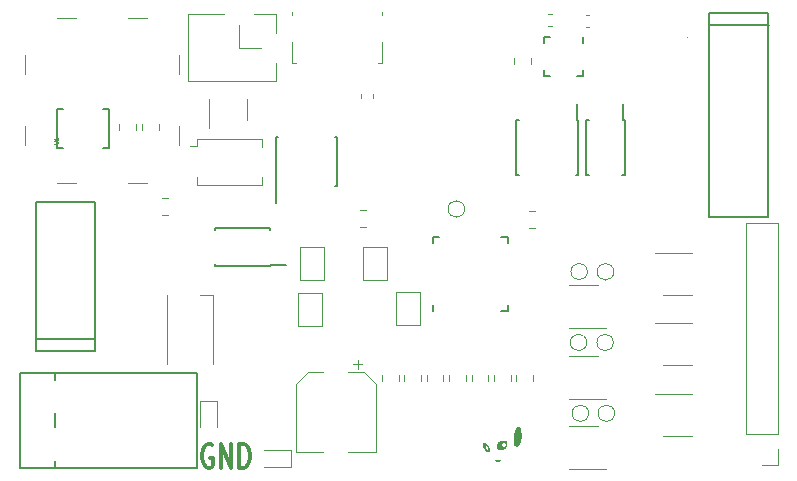
<source format=gbr>
G04 #@! TF.GenerationSoftware,KiCad,Pcbnew,5.0.2-bee76a0~70~ubuntu18.04.1*
G04 #@! TF.CreationDate,2019-12-16T16:01:37+01:00*
G04 #@! TF.ProjectId,board,626f6172-642e-46b6-9963-61645f706362,rev?*
G04 #@! TF.SameCoordinates,Original*
G04 #@! TF.FileFunction,Legend,Top*
G04 #@! TF.FilePolarity,Positive*
%FSLAX46Y46*%
G04 Gerber Fmt 4.6, Leading zero omitted, Abs format (unit mm)*
G04 Created by KiCad (PCBNEW 5.0.2-bee76a0~70~ubuntu18.04.1) date Mo 16 Dez 2019 16:01:37 CET*
%MOMM*%
%LPD*%
G01*
G04 APERTURE LIST*
%ADD10C,0.300000*%
%ADD11C,0.120000*%
%ADD12C,0.150000*%
%ADD13C,0.127000*%
%ADD14C,0.152400*%
%ADD15C,0.010000*%
%ADD16C,0.060000*%
%ADD17C,0.100000*%
%ADD18C,0.050000*%
G04 APERTURE END LIST*
D10*
X109457142Y-136800000D02*
X109314285Y-136704761D01*
X109100000Y-136704761D01*
X108885714Y-136800000D01*
X108742857Y-136990476D01*
X108671428Y-137180952D01*
X108600000Y-137561904D01*
X108600000Y-137847619D01*
X108671428Y-138228571D01*
X108742857Y-138419047D01*
X108885714Y-138609523D01*
X109100000Y-138704761D01*
X109242857Y-138704761D01*
X109457142Y-138609523D01*
X109528571Y-138514285D01*
X109528571Y-137847619D01*
X109242857Y-137847619D01*
X110171428Y-138704761D02*
X110171428Y-136704761D01*
X111028571Y-138704761D01*
X111028571Y-136704761D01*
X111742857Y-138704761D02*
X111742857Y-136704761D01*
X112100000Y-136704761D01*
X112314285Y-136800000D01*
X112457142Y-136990476D01*
X112528571Y-137180952D01*
X112600000Y-137561904D01*
X112600000Y-137847619D01*
X112528571Y-138228571D01*
X112457142Y-138419047D01*
X112314285Y-138609523D01*
X112100000Y-138704761D01*
X111742857Y-138704761D01*
D11*
G04 #@! TO.C,C35*
X102997000Y-110098578D02*
X102997000Y-109581422D01*
X101577000Y-110098578D02*
X101577000Y-109581422D01*
D12*
G04 #@! TO.C,U11*
X140425000Y-109275000D02*
X140300000Y-109275000D01*
X140425000Y-113925000D02*
X140200000Y-113925000D01*
X135175000Y-113925000D02*
X135400000Y-113925000D01*
X135175000Y-109275000D02*
X135400000Y-109275000D01*
X140425000Y-109275000D02*
X140425000Y-113925000D01*
X135175000Y-109275000D02*
X135175000Y-113925000D01*
X140300000Y-109275000D02*
X140300000Y-107925000D01*
D11*
G04 #@! TO.C,J10*
X96300000Y-100620000D02*
X97900000Y-100620000D01*
X96300000Y-114580000D02*
X97900000Y-114580000D01*
X102300000Y-100620000D02*
X103900000Y-100620000D01*
X102300000Y-114580000D02*
X103900000Y-114580000D01*
X93600000Y-103800000D02*
X93600000Y-105400000D01*
X106600000Y-103800000D02*
X106600000Y-105400000D01*
X93600000Y-109800000D02*
X93600000Y-111400000D01*
X106600000Y-109800000D02*
X106600000Y-111400000D01*
D13*
G04 #@! TO.C,J4*
X99510000Y-127820000D02*
X94500000Y-127820000D01*
X99500000Y-116210000D02*
X94480000Y-116210000D01*
X99500000Y-128830000D02*
X99500000Y-116190000D01*
X94490000Y-128810000D02*
X99490000Y-128810000D01*
X94490000Y-116210000D02*
X94500000Y-128830000D01*
D11*
G04 #@! TO.C,C34*
X104902000Y-110098578D02*
X104902000Y-109581422D01*
X103482000Y-110098578D02*
X103482000Y-109581422D01*
G04 #@! TO.C,C32*
X136241422Y-118410000D02*
X136758578Y-118410000D01*
X136241422Y-116990000D02*
X136758578Y-116990000D01*
D12*
G04 #@! TO.C,DRV8323H1*
X128150000Y-119150000D02*
X128150000Y-119675000D01*
X134450000Y-119150000D02*
X134450000Y-119675000D01*
X134450000Y-125450000D02*
X134450000Y-124925000D01*
X128150000Y-125450000D02*
X128150000Y-124925000D01*
X134450000Y-119150000D02*
X133925000Y-119150000D01*
X134450000Y-125450000D02*
X133925000Y-125450000D01*
X128150000Y-119150000D02*
X128675000Y-119150000D01*
D11*
G04 #@! TO.C,C31*
X122458578Y-116890000D02*
X121941422Y-116890000D01*
X122458578Y-118310000D02*
X121941422Y-118310000D01*
D12*
G04 #@! TO.C,U2*
X144345000Y-109265000D02*
X144245000Y-109265000D01*
X144345000Y-113915000D02*
X144145000Y-113915000D01*
X141095000Y-113915000D02*
X141295000Y-113915000D01*
X141095000Y-109265000D02*
X141295000Y-109265000D01*
X144345000Y-109265000D02*
X144345000Y-113915000D01*
X141095000Y-109265000D02*
X141095000Y-113915000D01*
X144245000Y-109265000D02*
X144245000Y-107915000D01*
D11*
G04 #@! TO.C,Q2*
X142750000Y-132850000D02*
X139620000Y-132850000D01*
X142080000Y-129250000D02*
X139620000Y-129250000D01*
D14*
G04 #@! TO.C,U1*
X96772800Y-108293600D02*
X96315600Y-108293600D01*
X100227200Y-111646400D02*
X100684400Y-111646400D01*
X100684400Y-111646400D02*
X100684400Y-108293600D01*
X100684400Y-108293600D02*
X100227200Y-108293600D01*
X96315600Y-108293600D02*
X96315600Y-111646400D01*
X96315600Y-111646400D02*
X96772800Y-111646400D01*
D11*
G04 #@! TO.C,C21*
X129010000Y-130841422D02*
X129010000Y-131358578D01*
X127590000Y-130841422D02*
X127590000Y-131358578D01*
G04 #@! TO.C,C19*
X133290000Y-130841422D02*
X133290000Y-131358578D01*
X134710000Y-130841422D02*
X134710000Y-131358578D01*
G04 #@! TO.C,C18*
X132810000Y-130841422D02*
X132810000Y-131358578D01*
X131390000Y-130841422D02*
X131390000Y-131358578D01*
G04 #@! TO.C,C25*
X116490000Y-137410000D02*
X118840000Y-137410000D01*
X123310000Y-137410000D02*
X120960000Y-137410000D01*
X123310000Y-131654437D02*
X123310000Y-137410000D01*
X116490000Y-131654437D02*
X116490000Y-137410000D01*
X117554437Y-130590000D02*
X118840000Y-130590000D01*
X122245563Y-130590000D02*
X120960000Y-130590000D01*
X122245563Y-130590000D02*
X123310000Y-131654437D01*
X117554437Y-130590000D02*
X116490000Y-131654437D01*
X121747500Y-129562500D02*
X121747500Y-130350000D01*
X122141250Y-129956250D02*
X121353750Y-129956250D01*
G04 #@! TO.C,C12*
X136410000Y-104041422D02*
X136410000Y-104558578D01*
X134990000Y-104041422D02*
X134990000Y-104558578D01*
D12*
G04 #@! TO.C,MAX176321*
X140799999Y-105500001D02*
X140299999Y-105500001D01*
X137549999Y-102250001D02*
X138049999Y-102250001D01*
X137549999Y-105500001D02*
X138049999Y-105500001D01*
X140799999Y-102250001D02*
X140799999Y-102750001D01*
X137549999Y-102250001D02*
X137549999Y-102750001D01*
X137549999Y-105500001D02*
X137549999Y-105000001D01*
X140799999Y-105500001D02*
X140799999Y-105000001D01*
D11*
G04 #@! TO.C,D2*
X108365000Y-133015000D02*
X108365000Y-135300000D01*
X109835000Y-133015000D02*
X108365000Y-133015000D01*
X109835000Y-135300000D02*
X109835000Y-133015000D01*
G04 #@! TO.C,J2*
X157330000Y-138439200D02*
X156000000Y-138439200D01*
X157330000Y-137109200D02*
X157330000Y-138439200D01*
X157330000Y-135839200D02*
X154670000Y-135839200D01*
X154670000Y-135839200D02*
X154670000Y-117999200D01*
X157330000Y-135839200D02*
X157330000Y-117999200D01*
X157330000Y-117999200D02*
X154670000Y-117999200D01*
D12*
G04 #@! TO.C,J3*
X108150000Y-130700000D02*
X93150000Y-130700000D01*
X108150000Y-138700000D02*
X108150000Y-130700000D01*
X93150000Y-138700000D02*
X108150000Y-138700000D01*
X93150000Y-130700000D02*
X93150000Y-138700000D01*
X96150000Y-138700000D02*
X96150000Y-138100000D01*
X96150000Y-135300000D02*
X96150000Y-134100000D01*
X96150000Y-130700000D02*
X96150000Y-131300000D01*
D11*
G04 #@! TO.C,Q1*
X142750000Y-126855000D02*
X139620000Y-126855000D01*
X142080000Y-123255000D02*
X139620000Y-123255000D01*
G04 #@! TO.C,Q4*
X146900000Y-120500000D02*
X150030000Y-120500000D01*
X147570000Y-124100000D02*
X150030000Y-124100000D01*
G04 #@! TO.C,Q5*
X146900000Y-126450000D02*
X150030000Y-126450000D01*
X147570000Y-130050000D02*
X150030000Y-130050000D01*
G04 #@! TO.C,Q3*
X142750000Y-138800000D02*
X139620000Y-138800000D01*
X142080000Y-135200000D02*
X139620000Y-135200000D01*
G04 #@! TO.C,Q6*
X146900000Y-132450000D02*
X150030000Y-132450000D01*
X147570000Y-136050000D02*
X150030000Y-136050000D01*
G04 #@! TO.C,C27*
X123790000Y-130841422D02*
X123790000Y-131358578D01*
X125210000Y-130841422D02*
X125210000Y-131358578D01*
G04 #@! TO.C,C20*
X125690000Y-130841422D02*
X125690000Y-131358578D01*
X127110000Y-130841422D02*
X127110000Y-131358578D01*
G04 #@! TO.C,C7*
X129490000Y-130841422D02*
X129490000Y-131358578D01*
X130910000Y-130841422D02*
X130910000Y-131358578D01*
G04 #@! TO.C,D3*
X105580000Y-129960000D02*
X105580000Y-124060000D01*
X109480000Y-129960000D02*
X109480000Y-124060000D01*
X109480000Y-124060000D02*
X108405000Y-124060000D01*
G04 #@! TO.C,TP1*
X141200000Y-122100000D02*
G75*
G03X141200000Y-122100000I-700000J0D01*
G01*
G04 #@! TO.C,TP2*
X143434000Y-122116000D02*
G75*
G03X143434000Y-122116000I-700000J0D01*
G01*
G04 #@! TO.C,TP3*
X141148000Y-128100000D02*
G75*
G03X141148000Y-128100000I-700000J0D01*
G01*
G04 #@! TO.C,TP4*
X143400000Y-128100000D02*
G75*
G03X143400000Y-128100000I-700000J0D01*
G01*
G04 #@! TO.C,TP5*
X141300000Y-134100000D02*
G75*
G03X141300000Y-134100000I-700000J0D01*
G01*
G04 #@! TO.C,TP6*
X143500000Y-134100000D02*
G75*
G03X143500000Y-134100000I-700000J0D01*
G01*
G04 #@! TO.C,J9*
X110465000Y-100330000D02*
X107350000Y-100330000D01*
X107350000Y-100330000D02*
X107350000Y-105930000D01*
X114850000Y-105930000D02*
X107350000Y-105930000D01*
X114850000Y-104400000D02*
X114850000Y-105930000D01*
X113605000Y-103130000D02*
X111735000Y-103130000D01*
X111735000Y-103130000D02*
X111735000Y-101260000D01*
X113005000Y-100330000D02*
X114850000Y-100330000D01*
X114850000Y-100330000D02*
X114850000Y-101860000D01*
G04 #@! TO.C,C30*
X136610000Y-130841422D02*
X136610000Y-131358578D01*
X135190000Y-130841422D02*
X135190000Y-131358578D01*
D15*
G04 #@! TO.C,H3*
G36*
X135328201Y-135239738D02*
X135348348Y-135241965D01*
X135365863Y-135245564D01*
X135381188Y-135251308D01*
X135394766Y-135259971D01*
X135407039Y-135272324D01*
X135418450Y-135289140D01*
X135429440Y-135311193D01*
X135440453Y-135339255D01*
X135451931Y-135374099D01*
X135464316Y-135416498D01*
X135478050Y-135467225D01*
X135493577Y-135527052D01*
X135494299Y-135529867D01*
X135511506Y-135602474D01*
X135525540Y-135674276D01*
X135536689Y-135747443D01*
X135545238Y-135824150D01*
X135551474Y-135906569D01*
X135555609Y-135994760D01*
X135556717Y-136028405D01*
X135557222Y-136054525D01*
X135556933Y-136075749D01*
X135555658Y-136094703D01*
X135553208Y-136114014D01*
X135549391Y-136136309D01*
X135544016Y-136164217D01*
X135542872Y-136170020D01*
X135526391Y-136248711D01*
X135508865Y-136323406D01*
X135490546Y-136393339D01*
X135471687Y-136457741D01*
X135452541Y-136515845D01*
X135433359Y-136566882D01*
X135414394Y-136610085D01*
X135395900Y-136644686D01*
X135378657Y-136669293D01*
X135367953Y-136682749D01*
X135353677Y-136701717D01*
X135337975Y-136723311D01*
X135327487Y-136738152D01*
X135301986Y-136772275D01*
X135278222Y-136799201D01*
X135256922Y-136818184D01*
X135239823Y-136828106D01*
X135227848Y-136830698D01*
X135210149Y-136832358D01*
X135195639Y-136832712D01*
X135179049Y-136831866D01*
X135163769Y-136829024D01*
X135146746Y-136823303D01*
X135124929Y-136813818D01*
X135115960Y-136809618D01*
X135093192Y-136797894D01*
X135071706Y-136785181D01*
X135054652Y-136773418D01*
X135048199Y-136767955D01*
X135025298Y-136739710D01*
X135005228Y-136701883D01*
X134987972Y-136654420D01*
X134973507Y-136597269D01*
X134964959Y-136551020D01*
X134962442Y-136533764D01*
X134960422Y-136515587D01*
X134958848Y-136495174D01*
X134957672Y-136471208D01*
X134956843Y-136442375D01*
X134956312Y-136407359D01*
X134956029Y-136364844D01*
X134955945Y-136313516D01*
X134955945Y-136312260D01*
X134956068Y-136255778D01*
X134956514Y-136207431D01*
X134957403Y-136165192D01*
X134958857Y-136127037D01*
X134960997Y-136090942D01*
X134963942Y-136054882D01*
X134967814Y-136016833D01*
X134972734Y-135974769D01*
X134978823Y-135926667D01*
X134979068Y-135924778D01*
X134988126Y-135867754D01*
X135000976Y-135805299D01*
X135017031Y-135739301D01*
X135035706Y-135671648D01*
X135056413Y-135604227D01*
X135078565Y-135538927D01*
X135101577Y-135477635D01*
X135124862Y-135422239D01*
X135147832Y-135374626D01*
X135153030Y-135364937D01*
X135180897Y-135320835D01*
X135211983Y-135283517D01*
X135212588Y-135282896D01*
X135235380Y-135261619D01*
X135256068Y-135247902D01*
X135277763Y-135240583D01*
X135303575Y-135238502D01*
X135328201Y-135239738D01*
X135328201Y-135239738D01*
G37*
X135328201Y-135239738D02*
X135348348Y-135241965D01*
X135365863Y-135245564D01*
X135381188Y-135251308D01*
X135394766Y-135259971D01*
X135407039Y-135272324D01*
X135418450Y-135289140D01*
X135429440Y-135311193D01*
X135440453Y-135339255D01*
X135451931Y-135374099D01*
X135464316Y-135416498D01*
X135478050Y-135467225D01*
X135493577Y-135527052D01*
X135494299Y-135529867D01*
X135511506Y-135602474D01*
X135525540Y-135674276D01*
X135536689Y-135747443D01*
X135545238Y-135824150D01*
X135551474Y-135906569D01*
X135555609Y-135994760D01*
X135556717Y-136028405D01*
X135557222Y-136054525D01*
X135556933Y-136075749D01*
X135555658Y-136094703D01*
X135553208Y-136114014D01*
X135549391Y-136136309D01*
X135544016Y-136164217D01*
X135542872Y-136170020D01*
X135526391Y-136248711D01*
X135508865Y-136323406D01*
X135490546Y-136393339D01*
X135471687Y-136457741D01*
X135452541Y-136515845D01*
X135433359Y-136566882D01*
X135414394Y-136610085D01*
X135395900Y-136644686D01*
X135378657Y-136669293D01*
X135367953Y-136682749D01*
X135353677Y-136701717D01*
X135337975Y-136723311D01*
X135327487Y-136738152D01*
X135301986Y-136772275D01*
X135278222Y-136799201D01*
X135256922Y-136818184D01*
X135239823Y-136828106D01*
X135227848Y-136830698D01*
X135210149Y-136832358D01*
X135195639Y-136832712D01*
X135179049Y-136831866D01*
X135163769Y-136829024D01*
X135146746Y-136823303D01*
X135124929Y-136813818D01*
X135115960Y-136809618D01*
X135093192Y-136797894D01*
X135071706Y-136785181D01*
X135054652Y-136773418D01*
X135048199Y-136767955D01*
X135025298Y-136739710D01*
X135005228Y-136701883D01*
X134987972Y-136654420D01*
X134973507Y-136597269D01*
X134964959Y-136551020D01*
X134962442Y-136533764D01*
X134960422Y-136515587D01*
X134958848Y-136495174D01*
X134957672Y-136471208D01*
X134956843Y-136442375D01*
X134956312Y-136407359D01*
X134956029Y-136364844D01*
X134955945Y-136313516D01*
X134955945Y-136312260D01*
X134956068Y-136255778D01*
X134956514Y-136207431D01*
X134957403Y-136165192D01*
X134958857Y-136127037D01*
X134960997Y-136090942D01*
X134963942Y-136054882D01*
X134967814Y-136016833D01*
X134972734Y-135974769D01*
X134978823Y-135926667D01*
X134979068Y-135924778D01*
X134988126Y-135867754D01*
X135000976Y-135805299D01*
X135017031Y-135739301D01*
X135035706Y-135671648D01*
X135056413Y-135604227D01*
X135078565Y-135538927D01*
X135101577Y-135477635D01*
X135124862Y-135422239D01*
X135147832Y-135374626D01*
X135153030Y-135364937D01*
X135180897Y-135320835D01*
X135211983Y-135283517D01*
X135212588Y-135282896D01*
X135235380Y-135261619D01*
X135256068Y-135247902D01*
X135277763Y-135240583D01*
X135303575Y-135238502D01*
X135328201Y-135239738D01*
G04 #@! TO.C,H4*
G36*
X134078423Y-136401777D02*
X134116263Y-136405066D01*
X134136759Y-136408897D01*
X134188390Y-136425874D01*
X134233060Y-136449654D01*
X134270646Y-136479527D01*
X134301024Y-136514781D01*
X134324071Y-136554703D01*
X134339661Y-136598583D01*
X134347672Y-136645708D01*
X134347980Y-136695366D01*
X134340461Y-136746846D01*
X134324990Y-136799436D01*
X134301445Y-136852424D01*
X134269701Y-136905099D01*
X134231669Y-136954398D01*
X134182024Y-137005506D01*
X134127034Y-137050255D01*
X134067863Y-137088142D01*
X134005678Y-137118666D01*
X133941645Y-137141325D01*
X133876929Y-137155617D01*
X133812695Y-137161041D01*
X133758218Y-137158169D01*
X133703393Y-137147107D01*
X133654297Y-137128036D01*
X133611371Y-137101148D01*
X133592887Y-137085333D01*
X133561140Y-137051436D01*
X133538000Y-137016962D01*
X133522118Y-136979320D01*
X133512141Y-136935916D01*
X133510986Y-136928145D01*
X133508426Y-136873755D01*
X133515286Y-136818691D01*
X133530934Y-136763752D01*
X133544275Y-136733475D01*
X133909164Y-136733475D01*
X133911545Y-136755112D01*
X133924506Y-136799304D01*
X133945689Y-136838657D01*
X133974198Y-136872122D01*
X134009137Y-136898653D01*
X134049610Y-136917204D01*
X134050453Y-136917481D01*
X134070411Y-136921460D01*
X134097461Y-136923152D01*
X134115684Y-136922976D01*
X134139938Y-136921571D01*
X134158324Y-136918634D01*
X134175122Y-136913176D01*
X134192690Y-136905155D01*
X134229679Y-136881788D01*
X134260282Y-136851948D01*
X134283754Y-136817048D01*
X134299349Y-136778504D01*
X134306322Y-136737728D01*
X134303925Y-136696134D01*
X134303670Y-136694722D01*
X134290966Y-136652824D01*
X134269644Y-136614438D01*
X134240985Y-136581215D01*
X134206270Y-136554806D01*
X134187445Y-136544858D01*
X134157518Y-136535350D01*
X134122396Y-136530786D01*
X134085790Y-136531225D01*
X134051413Y-136536724D01*
X134033531Y-136542426D01*
X133998383Y-136561486D01*
X133967691Y-136587944D01*
X133942440Y-136620087D01*
X133923613Y-136656199D01*
X133912193Y-136694567D01*
X133909164Y-136733475D01*
X133544275Y-136733475D01*
X133554736Y-136709736D01*
X133586061Y-136657441D01*
X133624274Y-136607666D01*
X133668745Y-136561207D01*
X133718840Y-136518864D01*
X133773926Y-136481434D01*
X133833370Y-136449716D01*
X133896541Y-136424507D01*
X133914886Y-136418701D01*
X133951263Y-136410238D01*
X133992757Y-136404503D01*
X134036199Y-136401636D01*
X134078423Y-136401777D01*
X134078423Y-136401777D01*
G37*
X134078423Y-136401777D02*
X134116263Y-136405066D01*
X134136759Y-136408897D01*
X134188390Y-136425874D01*
X134233060Y-136449654D01*
X134270646Y-136479527D01*
X134301024Y-136514781D01*
X134324071Y-136554703D01*
X134339661Y-136598583D01*
X134347672Y-136645708D01*
X134347980Y-136695366D01*
X134340461Y-136746846D01*
X134324990Y-136799436D01*
X134301445Y-136852424D01*
X134269701Y-136905099D01*
X134231669Y-136954398D01*
X134182024Y-137005506D01*
X134127034Y-137050255D01*
X134067863Y-137088142D01*
X134005678Y-137118666D01*
X133941645Y-137141325D01*
X133876929Y-137155617D01*
X133812695Y-137161041D01*
X133758218Y-137158169D01*
X133703393Y-137147107D01*
X133654297Y-137128036D01*
X133611371Y-137101148D01*
X133592887Y-137085333D01*
X133561140Y-137051436D01*
X133538000Y-137016962D01*
X133522118Y-136979320D01*
X133512141Y-136935916D01*
X133510986Y-136928145D01*
X133508426Y-136873755D01*
X133515286Y-136818691D01*
X133530934Y-136763752D01*
X133544275Y-136733475D01*
X133909164Y-136733475D01*
X133911545Y-136755112D01*
X133924506Y-136799304D01*
X133945689Y-136838657D01*
X133974198Y-136872122D01*
X134009137Y-136898653D01*
X134049610Y-136917204D01*
X134050453Y-136917481D01*
X134070411Y-136921460D01*
X134097461Y-136923152D01*
X134115684Y-136922976D01*
X134139938Y-136921571D01*
X134158324Y-136918634D01*
X134175122Y-136913176D01*
X134192690Y-136905155D01*
X134229679Y-136881788D01*
X134260282Y-136851948D01*
X134283754Y-136817048D01*
X134299349Y-136778504D01*
X134306322Y-136737728D01*
X134303925Y-136696134D01*
X134303670Y-136694722D01*
X134290966Y-136652824D01*
X134269644Y-136614438D01*
X134240985Y-136581215D01*
X134206270Y-136554806D01*
X134187445Y-136544858D01*
X134157518Y-136535350D01*
X134122396Y-136530786D01*
X134085790Y-136531225D01*
X134051413Y-136536724D01*
X134033531Y-136542426D01*
X133998383Y-136561486D01*
X133967691Y-136587944D01*
X133942440Y-136620087D01*
X133923613Y-136656199D01*
X133912193Y-136694567D01*
X133909164Y-136733475D01*
X133544275Y-136733475D01*
X133554736Y-136709736D01*
X133586061Y-136657441D01*
X133624274Y-136607666D01*
X133668745Y-136561207D01*
X133718840Y-136518864D01*
X133773926Y-136481434D01*
X133833370Y-136449716D01*
X133896541Y-136424507D01*
X133914886Y-136418701D01*
X133951263Y-136410238D01*
X133992757Y-136404503D01*
X134036199Y-136401636D01*
X134078423Y-136401777D01*
G36*
X132453665Y-136592400D02*
X132471199Y-136594815D01*
X132487879Y-136600076D01*
X132506678Y-136608404D01*
X132556544Y-136636810D01*
X132606028Y-136674026D01*
X132654186Y-136718713D01*
X132700077Y-136769536D01*
X132742757Y-136825158D01*
X132781285Y-136884244D01*
X132814717Y-136945456D01*
X132842112Y-137007459D01*
X132862526Y-137068917D01*
X132875018Y-137128492D01*
X132875381Y-137131129D01*
X132878149Y-137174196D01*
X132874456Y-137212257D01*
X132864593Y-137244427D01*
X132848853Y-137269822D01*
X132827525Y-137287556D01*
X132823187Y-137289832D01*
X132795219Y-137298318D01*
X132763409Y-137299581D01*
X132731189Y-137293488D01*
X132730740Y-137293346D01*
X132687203Y-137275057D01*
X132642270Y-137247842D01*
X132596881Y-137212665D01*
X132551976Y-137170487D01*
X132508495Y-137122272D01*
X132467378Y-137068982D01*
X132429565Y-137011579D01*
X132395996Y-136951026D01*
X132395540Y-136950119D01*
X132370181Y-136895845D01*
X132361711Y-136873574D01*
X132515284Y-136873574D01*
X132515543Y-136901315D01*
X132518121Y-136929311D01*
X132522567Y-136952702D01*
X132532407Y-136982865D01*
X132546999Y-137017156D01*
X132564535Y-137051944D01*
X132583208Y-137083596D01*
X132598382Y-137105022D01*
X132629895Y-137140806D01*
X132661152Y-137168895D01*
X132691506Y-137189000D01*
X132720309Y-137200834D01*
X132746913Y-137204109D01*
X132770670Y-137198538D01*
X132786133Y-137188466D01*
X132800767Y-137171999D01*
X132810019Y-137152003D01*
X132814606Y-137126313D01*
X132815402Y-137100316D01*
X132811584Y-137061085D01*
X132801587Y-137020767D01*
X132786265Y-136980451D01*
X132766466Y-136941228D01*
X132743042Y-136904188D01*
X132716844Y-136870421D01*
X132688723Y-136841018D01*
X132659529Y-136817069D01*
X132630113Y-136799664D01*
X132601326Y-136789894D01*
X132574019Y-136788849D01*
X132572521Y-136789075D01*
X132550226Y-136797610D01*
X132531870Y-136814429D01*
X132521805Y-136831686D01*
X132517365Y-136849295D01*
X132515284Y-136873574D01*
X132361711Y-136873574D01*
X132351505Y-136846742D01*
X132338956Y-136800850D01*
X132331980Y-136756209D01*
X132330024Y-136718820D01*
X132330147Y-136693734D01*
X132331356Y-136675780D01*
X132334108Y-136661950D01*
X132338861Y-136649235D01*
X132341443Y-136643751D01*
X132352212Y-136626421D01*
X132365671Y-136610733D01*
X132371471Y-136605651D01*
X132381774Y-136598608D01*
X132391873Y-136594452D01*
X132404939Y-136592443D01*
X132424145Y-136591838D01*
X132430641Y-136591820D01*
X132453665Y-136592400D01*
X132453665Y-136592400D01*
G37*
X132453665Y-136592400D02*
X132471199Y-136594815D01*
X132487879Y-136600076D01*
X132506678Y-136608404D01*
X132556544Y-136636810D01*
X132606028Y-136674026D01*
X132654186Y-136718713D01*
X132700077Y-136769536D01*
X132742757Y-136825158D01*
X132781285Y-136884244D01*
X132814717Y-136945456D01*
X132842112Y-137007459D01*
X132862526Y-137068917D01*
X132875018Y-137128492D01*
X132875381Y-137131129D01*
X132878149Y-137174196D01*
X132874456Y-137212257D01*
X132864593Y-137244427D01*
X132848853Y-137269822D01*
X132827525Y-137287556D01*
X132823187Y-137289832D01*
X132795219Y-137298318D01*
X132763409Y-137299581D01*
X132731189Y-137293488D01*
X132730740Y-137293346D01*
X132687203Y-137275057D01*
X132642270Y-137247842D01*
X132596881Y-137212665D01*
X132551976Y-137170487D01*
X132508495Y-137122272D01*
X132467378Y-137068982D01*
X132429565Y-137011579D01*
X132395996Y-136951026D01*
X132395540Y-136950119D01*
X132370181Y-136895845D01*
X132361711Y-136873574D01*
X132515284Y-136873574D01*
X132515543Y-136901315D01*
X132518121Y-136929311D01*
X132522567Y-136952702D01*
X132532407Y-136982865D01*
X132546999Y-137017156D01*
X132564535Y-137051944D01*
X132583208Y-137083596D01*
X132598382Y-137105022D01*
X132629895Y-137140806D01*
X132661152Y-137168895D01*
X132691506Y-137189000D01*
X132720309Y-137200834D01*
X132746913Y-137204109D01*
X132770670Y-137198538D01*
X132786133Y-137188466D01*
X132800767Y-137171999D01*
X132810019Y-137152003D01*
X132814606Y-137126313D01*
X132815402Y-137100316D01*
X132811584Y-137061085D01*
X132801587Y-137020767D01*
X132786265Y-136980451D01*
X132766466Y-136941228D01*
X132743042Y-136904188D01*
X132716844Y-136870421D01*
X132688723Y-136841018D01*
X132659529Y-136817069D01*
X132630113Y-136799664D01*
X132601326Y-136789894D01*
X132574019Y-136788849D01*
X132572521Y-136789075D01*
X132550226Y-136797610D01*
X132531870Y-136814429D01*
X132521805Y-136831686D01*
X132517365Y-136849295D01*
X132515284Y-136873574D01*
X132361711Y-136873574D01*
X132351505Y-136846742D01*
X132338956Y-136800850D01*
X132331980Y-136756209D01*
X132330024Y-136718820D01*
X132330147Y-136693734D01*
X132331356Y-136675780D01*
X132334108Y-136661950D01*
X132338861Y-136649235D01*
X132341443Y-136643751D01*
X132352212Y-136626421D01*
X132365671Y-136610733D01*
X132371471Y-136605651D01*
X132381774Y-136598608D01*
X132391873Y-136594452D01*
X132404939Y-136592443D01*
X132424145Y-136591838D01*
X132430641Y-136591820D01*
X132453665Y-136592400D01*
D16*
G36*
X133784692Y-138031830D02*
X133788884Y-138037238D01*
X133789842Y-138045434D01*
X133785424Y-138050854D01*
X133773375Y-138058710D01*
X133755655Y-138068093D01*
X133734225Y-138078090D01*
X133711046Y-138087791D01*
X133688078Y-138096284D01*
X133667282Y-138102659D01*
X133665917Y-138103013D01*
X133622856Y-138110486D01*
X133574361Y-138112860D01*
X133523785Y-138110138D01*
X133477500Y-138102965D01*
X133450200Y-138097186D01*
X133431309Y-138092973D01*
X133419286Y-138089840D01*
X133412588Y-138087302D01*
X133409673Y-138084876D01*
X133408999Y-138082076D01*
X133408997Y-138081433D01*
X133410026Y-138073727D01*
X133413898Y-138069084D01*
X133422140Y-138067369D01*
X133436276Y-138068449D01*
X133457832Y-138072190D01*
X133474960Y-138075657D01*
X133533922Y-138085109D01*
X133587388Y-138087441D01*
X133637312Y-138082442D01*
X133685646Y-138069901D01*
X133734342Y-138049609D01*
X133739221Y-138047188D01*
X133761207Y-138036758D01*
X133775915Y-138031654D01*
X133784692Y-138031830D01*
X133784692Y-138031830D01*
G37*
X133784692Y-138031830D02*
X133788884Y-138037238D01*
X133789842Y-138045434D01*
X133785424Y-138050854D01*
X133773375Y-138058710D01*
X133755655Y-138068093D01*
X133734225Y-138078090D01*
X133711046Y-138087791D01*
X133688078Y-138096284D01*
X133667282Y-138102659D01*
X133665917Y-138103013D01*
X133622856Y-138110486D01*
X133574361Y-138112860D01*
X133523785Y-138110138D01*
X133477500Y-138102965D01*
X133450200Y-138097186D01*
X133431309Y-138092973D01*
X133419286Y-138089840D01*
X133412588Y-138087302D01*
X133409673Y-138084876D01*
X133408999Y-138082076D01*
X133408997Y-138081433D01*
X133410026Y-138073727D01*
X133413898Y-138069084D01*
X133422140Y-138067369D01*
X133436276Y-138068449D01*
X133457832Y-138072190D01*
X133474960Y-138075657D01*
X133533922Y-138085109D01*
X133587388Y-138087441D01*
X133637312Y-138082442D01*
X133685646Y-138069901D01*
X133734342Y-138049609D01*
X133739221Y-138047188D01*
X133761207Y-138036758D01*
X133775915Y-138031654D01*
X133784692Y-138031830D01*
D13*
G04 #@! TO.C,J1*
X156500000Y-117490000D02*
X156500000Y-100170000D01*
X156500000Y-100170000D02*
X151500000Y-100170000D01*
X151500000Y-100170000D02*
X151500000Y-117490000D01*
X151500000Y-117490000D02*
X156500000Y-117490000D01*
X151460000Y-101210000D02*
X156540000Y-101210000D01*
D11*
G04 #@! TO.C,U4*
X112410000Y-109280000D02*
X112410000Y-107480000D01*
X109190000Y-107480000D02*
X109190000Y-109930000D01*
D12*
G04 #@! TO.C,U5*
X114325000Y-121525000D02*
X115675000Y-121525000D01*
X114325000Y-118375000D02*
X109675000Y-118375000D01*
X114325000Y-121625000D02*
X109675000Y-121625000D01*
X114325000Y-118375000D02*
X114325000Y-118575000D01*
X109675000Y-118375000D02*
X109675000Y-118575000D01*
X109675000Y-121625000D02*
X109675000Y-121425000D01*
X114325000Y-121625000D02*
X114325000Y-121525000D01*
D11*
G04 #@! TO.C,J6*
X116190000Y-104460000D02*
X116570000Y-104460000D01*
X116190000Y-100410000D02*
X116190000Y-100150000D01*
X116190000Y-104460000D02*
X116190000Y-102690000D01*
X123810000Y-104460000D02*
X123430000Y-104460000D01*
X123810000Y-102690000D02*
X123810000Y-104460000D01*
X123810000Y-100150000D02*
X123810000Y-100410000D01*
D12*
G04 #@! TO.C,U9*
X114825000Y-114875000D02*
X114875000Y-114875000D01*
X114825000Y-110725000D02*
X114970000Y-110725000D01*
X119975000Y-110725000D02*
X119830000Y-110725000D01*
X119975000Y-114875000D02*
X119830000Y-114875000D01*
X114825000Y-114875000D02*
X114825000Y-110725000D01*
X119975000Y-114875000D02*
X119975000Y-110725000D01*
X114875000Y-114875000D02*
X114875000Y-116275000D01*
D11*
G04 #@! TO.C,D1*
X116085000Y-137165000D02*
X113800000Y-137165000D01*
X116085000Y-138635000D02*
X116085000Y-137165000D01*
X113800000Y-138635000D02*
X116085000Y-138635000D01*
G04 #@! TO.C,L2*
X121990000Y-107412779D02*
X121990000Y-107087221D01*
X123010000Y-107412779D02*
X123010000Y-107087221D01*
G04 #@! TO.C,SW1*
X108139000Y-114765000D02*
X113660000Y-114765000D01*
X107560000Y-111485000D02*
X108139000Y-111485000D01*
X108139000Y-110835000D02*
X108139000Y-111485000D01*
X108139000Y-110835000D02*
X113660000Y-110835000D01*
X113660000Y-110835000D02*
X113660000Y-111545000D01*
X108139000Y-114055000D02*
X108139000Y-114765000D01*
X113660000Y-114055000D02*
X113660000Y-114765000D01*
G04 #@! TO.C,TP7*
X130800000Y-116800000D02*
G75*
G03X130800000Y-116800000I-700000J0D01*
G01*
G04 #@! TO.C,C40*
X105718578Y-117290000D02*
X105201422Y-117290000D01*
X105718578Y-115870000D02*
X105201422Y-115870000D01*
D17*
G04 #@! TO.C,D4*
X148450000Y-102290000D02*
G75*
G03X148450000Y-102290000I-50000J0D01*
G01*
G04 #@! TO.C,D5*
X149650000Y-102290000D02*
G75*
G03X149650000Y-102290000I-50000J0D01*
G01*
D11*
G04 #@! TO.C,JP2*
X118700000Y-123900000D02*
X118700000Y-126700000D01*
X118700000Y-126700000D02*
X116700000Y-126700000D01*
X116700000Y-126700000D02*
X116700000Y-123900000D01*
X116700000Y-123900000D02*
X118700000Y-123900000D01*
G04 #@! TO.C,JP4*
X118900000Y-122800000D02*
X116900000Y-122800000D01*
X118900000Y-120000000D02*
X118900000Y-122800000D01*
X116900000Y-120000000D02*
X118900000Y-120000000D01*
X116900000Y-122800000D02*
X116900000Y-120000000D01*
G04 #@! TO.C,JP5*
X125000000Y-123800000D02*
X127000000Y-123800000D01*
X125000000Y-126600000D02*
X125000000Y-123800000D01*
X127000000Y-126600000D02*
X125000000Y-126600000D01*
X127000000Y-123800000D02*
X127000000Y-126600000D01*
G04 #@! TO.C,JP6*
X122200000Y-122800000D02*
X122200000Y-120000000D01*
X122200000Y-120000000D02*
X124200000Y-120000000D01*
X124200000Y-120000000D02*
X124200000Y-122800000D01*
X124200000Y-122800000D02*
X122200000Y-122800000D01*
G04 #@! TO.C,C8*
X138162779Y-101310000D02*
X137837221Y-101310000D01*
X138162779Y-100290000D02*
X137837221Y-100290000D01*
G04 #@! TO.C,C9*
X141049721Y-101410000D02*
X141375279Y-101410000D01*
X141049721Y-100390000D02*
X141375279Y-100390000D01*
G04 #@! TO.C,U1*
D18*
X96025121Y-111264170D02*
X96280089Y-111264170D01*
X96310086Y-111249172D01*
X96325084Y-111234174D01*
X96340082Y-111204177D01*
X96340082Y-111144185D01*
X96325084Y-111114188D01*
X96310086Y-111099190D01*
X96280089Y-111084192D01*
X96025121Y-111084192D01*
X96340082Y-110769231D02*
X96340082Y-110949209D01*
X96340082Y-110859220D02*
X96025121Y-110859220D01*
X96070115Y-110889216D01*
X96100112Y-110919213D01*
X96115110Y-110949209D01*
G04 #@! TD*
M02*

</source>
